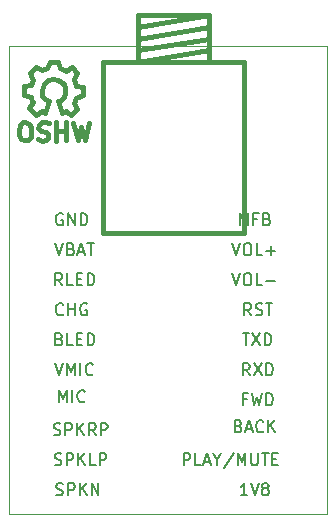
<source format=gbr>
%FSLAX46Y46*%
G04 Gerber Fmt 4.6, Leading zero omitted, Abs format (unit mm)*
G04 Created by KiCad (PCBNEW (2014-jul-16 BZR unknown)-product) date Thu 25 Sep 2014 17:48:40 CEST*
%MOMM*%
G01*
G04 APERTURE LIST*
%ADD10C,0.150000*%
%ADD11C,0.100000*%
%ADD12C,0.200000*%
%ADD13C,0.381000*%
G04 APERTURE END LIST*
D10*
D11*
X234696000Y-129032000D02*
X234188000Y-129032000D01*
X234696000Y-168656000D02*
X234696000Y-129032000D01*
X234188000Y-168656000D02*
X234696000Y-168656000D01*
D12*
X227338095Y-144216381D02*
X227338095Y-143216381D01*
X227671429Y-143930667D01*
X228004762Y-143216381D01*
X228004762Y-144216381D01*
X228814286Y-143692571D02*
X228480952Y-143692571D01*
X228480952Y-144216381D02*
X228480952Y-143216381D01*
X228957143Y-143216381D01*
X229671429Y-143692571D02*
X229814286Y-143740190D01*
X229861905Y-143787810D01*
X229909524Y-143883048D01*
X229909524Y-144025905D01*
X229861905Y-144121143D01*
X229814286Y-144168762D01*
X229719048Y-144216381D01*
X229338095Y-144216381D01*
X229338095Y-143216381D01*
X229671429Y-143216381D01*
X229766667Y-143264000D01*
X229814286Y-143311619D01*
X229861905Y-143406857D01*
X229861905Y-143502095D01*
X229814286Y-143597333D01*
X229766667Y-143644952D01*
X229671429Y-143692571D01*
X229338095Y-143692571D01*
X226719048Y-145756381D02*
X227052381Y-146756381D01*
X227385715Y-145756381D01*
X227909524Y-145756381D02*
X228100001Y-145756381D01*
X228195239Y-145804000D01*
X228290477Y-145899238D01*
X228338096Y-146089714D01*
X228338096Y-146423048D01*
X228290477Y-146613524D01*
X228195239Y-146708762D01*
X228100001Y-146756381D01*
X227909524Y-146756381D01*
X227814286Y-146708762D01*
X227719048Y-146613524D01*
X227671429Y-146423048D01*
X227671429Y-146089714D01*
X227719048Y-145899238D01*
X227814286Y-145804000D01*
X227909524Y-145756381D01*
X229242858Y-146756381D02*
X228766667Y-146756381D01*
X228766667Y-145756381D01*
X229576191Y-146375429D02*
X230338096Y-146375429D01*
X229957144Y-146756381D02*
X229957144Y-145994476D01*
X226719048Y-148296381D02*
X227052381Y-149296381D01*
X227385715Y-148296381D01*
X227909524Y-148296381D02*
X228100001Y-148296381D01*
X228195239Y-148344000D01*
X228290477Y-148439238D01*
X228338096Y-148629714D01*
X228338096Y-148963048D01*
X228290477Y-149153524D01*
X228195239Y-149248762D01*
X228100001Y-149296381D01*
X227909524Y-149296381D01*
X227814286Y-149248762D01*
X227719048Y-149153524D01*
X227671429Y-148963048D01*
X227671429Y-148629714D01*
X227719048Y-148439238D01*
X227814286Y-148344000D01*
X227909524Y-148296381D01*
X229242858Y-149296381D02*
X228766667Y-149296381D01*
X228766667Y-148296381D01*
X229576191Y-148915429D02*
X230338096Y-148915429D01*
X228306381Y-151836381D02*
X227973047Y-151360190D01*
X227734952Y-151836381D02*
X227734952Y-150836381D01*
X228115905Y-150836381D01*
X228211143Y-150884000D01*
X228258762Y-150931619D01*
X228306381Y-151026857D01*
X228306381Y-151169714D01*
X228258762Y-151264952D01*
X228211143Y-151312571D01*
X228115905Y-151360190D01*
X227734952Y-151360190D01*
X228687333Y-151788762D02*
X228830190Y-151836381D01*
X229068286Y-151836381D01*
X229163524Y-151788762D01*
X229211143Y-151741143D01*
X229258762Y-151645905D01*
X229258762Y-151550667D01*
X229211143Y-151455429D01*
X229163524Y-151407810D01*
X229068286Y-151360190D01*
X228877809Y-151312571D01*
X228782571Y-151264952D01*
X228734952Y-151217333D01*
X228687333Y-151122095D01*
X228687333Y-151026857D01*
X228734952Y-150931619D01*
X228782571Y-150884000D01*
X228877809Y-150836381D01*
X229115905Y-150836381D01*
X229258762Y-150884000D01*
X229544476Y-150836381D02*
X230115905Y-150836381D01*
X229830190Y-151836381D02*
X229830190Y-150836381D01*
X227592095Y-153376381D02*
X228163524Y-153376381D01*
X227877809Y-154376381D02*
X227877809Y-153376381D01*
X228401619Y-153376381D02*
X229068286Y-154376381D01*
X229068286Y-153376381D02*
X228401619Y-154376381D01*
X229449238Y-154376381D02*
X229449238Y-153376381D01*
X229687333Y-153376381D01*
X229830191Y-153424000D01*
X229925429Y-153519238D01*
X229973048Y-153614476D01*
X230020667Y-153804952D01*
X230020667Y-153947810D01*
X229973048Y-154138286D01*
X229925429Y-154233524D01*
X229830191Y-154328762D01*
X229687333Y-154376381D01*
X229449238Y-154376381D01*
X228187334Y-156916381D02*
X227854000Y-156440190D01*
X227615905Y-156916381D02*
X227615905Y-155916381D01*
X227996858Y-155916381D01*
X228092096Y-155964000D01*
X228139715Y-156011619D01*
X228187334Y-156106857D01*
X228187334Y-156249714D01*
X228139715Y-156344952D01*
X228092096Y-156392571D01*
X227996858Y-156440190D01*
X227615905Y-156440190D01*
X228520667Y-155916381D02*
X229187334Y-156916381D01*
X229187334Y-155916381D02*
X228520667Y-156916381D01*
X229568286Y-156916381D02*
X229568286Y-155916381D01*
X229806381Y-155916381D01*
X229949239Y-155964000D01*
X230044477Y-156059238D01*
X230092096Y-156154476D01*
X230139715Y-156344952D01*
X230139715Y-156487810D01*
X230092096Y-156678286D01*
X230044477Y-156773524D01*
X229949239Y-156868762D01*
X229806381Y-156916381D01*
X229568286Y-156916381D01*
X227925429Y-158932571D02*
X227592095Y-158932571D01*
X227592095Y-159456381D02*
X227592095Y-158456381D01*
X228068286Y-158456381D01*
X228354000Y-158456381D02*
X228592095Y-159456381D01*
X228782572Y-158742095D01*
X228973048Y-159456381D01*
X229211143Y-158456381D01*
X229592095Y-159456381D02*
X229592095Y-158456381D01*
X229830190Y-158456381D01*
X229973048Y-158504000D01*
X230068286Y-158599238D01*
X230115905Y-158694476D01*
X230163524Y-158884952D01*
X230163524Y-159027810D01*
X230115905Y-159218286D01*
X230068286Y-159313524D01*
X229973048Y-159408762D01*
X229830190Y-159456381D01*
X229592095Y-159456381D01*
X227242858Y-161218571D02*
X227385715Y-161266190D01*
X227433334Y-161313810D01*
X227480953Y-161409048D01*
X227480953Y-161551905D01*
X227433334Y-161647143D01*
X227385715Y-161694762D01*
X227290477Y-161742381D01*
X226909524Y-161742381D01*
X226909524Y-160742381D01*
X227242858Y-160742381D01*
X227338096Y-160790000D01*
X227385715Y-160837619D01*
X227433334Y-160932857D01*
X227433334Y-161028095D01*
X227385715Y-161123333D01*
X227338096Y-161170952D01*
X227242858Y-161218571D01*
X226909524Y-161218571D01*
X227861905Y-161456667D02*
X228338096Y-161456667D01*
X227766667Y-161742381D02*
X228100000Y-160742381D01*
X228433334Y-161742381D01*
X229338096Y-161647143D02*
X229290477Y-161694762D01*
X229147620Y-161742381D01*
X229052382Y-161742381D01*
X228909524Y-161694762D01*
X228814286Y-161599524D01*
X228766667Y-161504286D01*
X228719048Y-161313810D01*
X228719048Y-161170952D01*
X228766667Y-160980476D01*
X228814286Y-160885238D01*
X228909524Y-160790000D01*
X229052382Y-160742381D01*
X229147620Y-160742381D01*
X229290477Y-160790000D01*
X229338096Y-160837619D01*
X229766667Y-161742381D02*
X229766667Y-160742381D01*
X230338096Y-161742381D02*
X229909524Y-161170952D01*
X230338096Y-160742381D02*
X229766667Y-161313810D01*
X222591809Y-164536381D02*
X222591809Y-163536381D01*
X222972762Y-163536381D01*
X223068000Y-163584000D01*
X223115619Y-163631619D01*
X223163238Y-163726857D01*
X223163238Y-163869714D01*
X223115619Y-163964952D01*
X223068000Y-164012571D01*
X222972762Y-164060190D01*
X222591809Y-164060190D01*
X224068000Y-164536381D02*
X223591809Y-164536381D01*
X223591809Y-163536381D01*
X224353714Y-164250667D02*
X224829905Y-164250667D01*
X224258476Y-164536381D02*
X224591809Y-163536381D01*
X224925143Y-164536381D01*
X225448952Y-164060190D02*
X225448952Y-164536381D01*
X225115619Y-163536381D02*
X225448952Y-164060190D01*
X225782286Y-163536381D01*
X226829905Y-163488762D02*
X225972762Y-164774476D01*
X227163238Y-164536381D02*
X227163238Y-163536381D01*
X227496572Y-164250667D01*
X227829905Y-163536381D01*
X227829905Y-164536381D01*
X228306095Y-163536381D02*
X228306095Y-164345905D01*
X228353714Y-164441143D01*
X228401333Y-164488762D01*
X228496571Y-164536381D01*
X228687048Y-164536381D01*
X228782286Y-164488762D01*
X228829905Y-164441143D01*
X228877524Y-164345905D01*
X228877524Y-163536381D01*
X229210857Y-163536381D02*
X229782286Y-163536381D01*
X229496571Y-164536381D02*
X229496571Y-163536381D01*
X230115619Y-164012571D02*
X230448953Y-164012571D01*
X230591810Y-164536381D02*
X230115619Y-164536381D01*
X230115619Y-163536381D01*
X230591810Y-163536381D01*
X227980953Y-167076381D02*
X227409524Y-167076381D01*
X227695238Y-167076381D02*
X227695238Y-166076381D01*
X227600000Y-166219238D01*
X227504762Y-166314476D01*
X227409524Y-166362095D01*
X228266667Y-166076381D02*
X228600000Y-167076381D01*
X228933334Y-166076381D01*
X229409524Y-166504952D02*
X229314286Y-166457333D01*
X229266667Y-166409714D01*
X229219048Y-166314476D01*
X229219048Y-166266857D01*
X229266667Y-166171619D01*
X229314286Y-166124000D01*
X229409524Y-166076381D01*
X229600001Y-166076381D01*
X229695239Y-166124000D01*
X229742858Y-166171619D01*
X229790477Y-166266857D01*
X229790477Y-166314476D01*
X229742858Y-166409714D01*
X229695239Y-166457333D01*
X229600001Y-166504952D01*
X229409524Y-166504952D01*
X229314286Y-166552571D01*
X229266667Y-166600190D01*
X229219048Y-166695429D01*
X229219048Y-166885905D01*
X229266667Y-166981143D01*
X229314286Y-167028762D01*
X229409524Y-167076381D01*
X229600001Y-167076381D01*
X229695239Y-167028762D01*
X229742858Y-166981143D01*
X229790477Y-166885905D01*
X229790477Y-166695429D01*
X229742858Y-166600190D01*
X229695239Y-166552571D01*
X229600001Y-166504952D01*
X211804476Y-167028762D02*
X211947333Y-167076381D01*
X212185429Y-167076381D01*
X212280667Y-167028762D01*
X212328286Y-166981143D01*
X212375905Y-166885905D01*
X212375905Y-166790667D01*
X212328286Y-166695429D01*
X212280667Y-166647810D01*
X212185429Y-166600190D01*
X211994952Y-166552571D01*
X211899714Y-166504952D01*
X211852095Y-166457333D01*
X211804476Y-166362095D01*
X211804476Y-166266857D01*
X211852095Y-166171619D01*
X211899714Y-166124000D01*
X211994952Y-166076381D01*
X212233048Y-166076381D01*
X212375905Y-166124000D01*
X212804476Y-167076381D02*
X212804476Y-166076381D01*
X213185429Y-166076381D01*
X213280667Y-166124000D01*
X213328286Y-166171619D01*
X213375905Y-166266857D01*
X213375905Y-166409714D01*
X213328286Y-166504952D01*
X213280667Y-166552571D01*
X213185429Y-166600190D01*
X212804476Y-166600190D01*
X213804476Y-167076381D02*
X213804476Y-166076381D01*
X214375905Y-167076381D02*
X213947333Y-166504952D01*
X214375905Y-166076381D02*
X213804476Y-166647810D01*
X214804476Y-167076381D02*
X214804476Y-166076381D01*
X215375905Y-167076381D01*
X215375905Y-166076381D01*
X211677524Y-164488762D02*
X211820381Y-164536381D01*
X212058477Y-164536381D01*
X212153715Y-164488762D01*
X212201334Y-164441143D01*
X212248953Y-164345905D01*
X212248953Y-164250667D01*
X212201334Y-164155429D01*
X212153715Y-164107810D01*
X212058477Y-164060190D01*
X211868000Y-164012571D01*
X211772762Y-163964952D01*
X211725143Y-163917333D01*
X211677524Y-163822095D01*
X211677524Y-163726857D01*
X211725143Y-163631619D01*
X211772762Y-163584000D01*
X211868000Y-163536381D01*
X212106096Y-163536381D01*
X212248953Y-163584000D01*
X212677524Y-164536381D02*
X212677524Y-163536381D01*
X213058477Y-163536381D01*
X213153715Y-163584000D01*
X213201334Y-163631619D01*
X213248953Y-163726857D01*
X213248953Y-163869714D01*
X213201334Y-163964952D01*
X213153715Y-164012571D01*
X213058477Y-164060190D01*
X212677524Y-164060190D01*
X213677524Y-164536381D02*
X213677524Y-163536381D01*
X214248953Y-164536381D02*
X213820381Y-163964952D01*
X214248953Y-163536381D02*
X213677524Y-164107810D01*
X215153715Y-164536381D02*
X214677524Y-164536381D01*
X214677524Y-163536381D01*
X215487048Y-164536381D02*
X215487048Y-163536381D01*
X215868001Y-163536381D01*
X215963239Y-163584000D01*
X216010858Y-163631619D01*
X216058477Y-163726857D01*
X216058477Y-163869714D01*
X216010858Y-163964952D01*
X215963239Y-164012571D01*
X215868001Y-164060190D01*
X215487048Y-164060190D01*
X211582286Y-161948762D02*
X211725143Y-161996381D01*
X211963239Y-161996381D01*
X212058477Y-161948762D01*
X212106096Y-161901143D01*
X212153715Y-161805905D01*
X212153715Y-161710667D01*
X212106096Y-161615429D01*
X212058477Y-161567810D01*
X211963239Y-161520190D01*
X211772762Y-161472571D01*
X211677524Y-161424952D01*
X211629905Y-161377333D01*
X211582286Y-161282095D01*
X211582286Y-161186857D01*
X211629905Y-161091619D01*
X211677524Y-161044000D01*
X211772762Y-160996381D01*
X212010858Y-160996381D01*
X212153715Y-161044000D01*
X212582286Y-161996381D02*
X212582286Y-160996381D01*
X212963239Y-160996381D01*
X213058477Y-161044000D01*
X213106096Y-161091619D01*
X213153715Y-161186857D01*
X213153715Y-161329714D01*
X213106096Y-161424952D01*
X213058477Y-161472571D01*
X212963239Y-161520190D01*
X212582286Y-161520190D01*
X213582286Y-161996381D02*
X213582286Y-160996381D01*
X214153715Y-161996381D02*
X213725143Y-161424952D01*
X214153715Y-160996381D02*
X213582286Y-161567810D01*
X215153715Y-161996381D02*
X214820381Y-161520190D01*
X214582286Y-161996381D02*
X214582286Y-160996381D01*
X214963239Y-160996381D01*
X215058477Y-161044000D01*
X215106096Y-161091619D01*
X215153715Y-161186857D01*
X215153715Y-161329714D01*
X215106096Y-161424952D01*
X215058477Y-161472571D01*
X214963239Y-161520190D01*
X214582286Y-161520190D01*
X215582286Y-161996381D02*
X215582286Y-160996381D01*
X215963239Y-160996381D01*
X216058477Y-161044000D01*
X216106096Y-161091619D01*
X216153715Y-161186857D01*
X216153715Y-161329714D01*
X216106096Y-161424952D01*
X216058477Y-161472571D01*
X215963239Y-161520190D01*
X215582286Y-161520190D01*
X212034572Y-159202381D02*
X212034572Y-158202381D01*
X212367906Y-158916667D01*
X212701239Y-158202381D01*
X212701239Y-159202381D01*
X213177429Y-159202381D02*
X213177429Y-158202381D01*
X214225048Y-159107143D02*
X214177429Y-159154762D01*
X214034572Y-159202381D01*
X213939334Y-159202381D01*
X213796476Y-159154762D01*
X213701238Y-159059524D01*
X213653619Y-158964286D01*
X213606000Y-158773810D01*
X213606000Y-158630952D01*
X213653619Y-158440476D01*
X213701238Y-158345238D01*
X213796476Y-158250000D01*
X213939334Y-158202381D01*
X214034572Y-158202381D01*
X214177429Y-158250000D01*
X214225048Y-158297619D01*
X211717143Y-155916381D02*
X212050476Y-156916381D01*
X212383810Y-155916381D01*
X212717143Y-156916381D02*
X212717143Y-155916381D01*
X213050477Y-156630667D01*
X213383810Y-155916381D01*
X213383810Y-156916381D01*
X213860000Y-156916381D02*
X213860000Y-155916381D01*
X214907619Y-156821143D02*
X214860000Y-156868762D01*
X214717143Y-156916381D01*
X214621905Y-156916381D01*
X214479047Y-156868762D01*
X214383809Y-156773524D01*
X214336190Y-156678286D01*
X214288571Y-156487810D01*
X214288571Y-156344952D01*
X214336190Y-156154476D01*
X214383809Y-156059238D01*
X214479047Y-155964000D01*
X214621905Y-155916381D01*
X214717143Y-155916381D01*
X214860000Y-155964000D01*
X214907619Y-156011619D01*
X212074286Y-153852571D02*
X212217143Y-153900190D01*
X212264762Y-153947810D01*
X212312381Y-154043048D01*
X212312381Y-154185905D01*
X212264762Y-154281143D01*
X212217143Y-154328762D01*
X212121905Y-154376381D01*
X211740952Y-154376381D01*
X211740952Y-153376381D01*
X212074286Y-153376381D01*
X212169524Y-153424000D01*
X212217143Y-153471619D01*
X212264762Y-153566857D01*
X212264762Y-153662095D01*
X212217143Y-153757333D01*
X212169524Y-153804952D01*
X212074286Y-153852571D01*
X211740952Y-153852571D01*
X213217143Y-154376381D02*
X212740952Y-154376381D01*
X212740952Y-153376381D01*
X213550476Y-153852571D02*
X213883810Y-153852571D01*
X214026667Y-154376381D02*
X213550476Y-154376381D01*
X213550476Y-153376381D01*
X214026667Y-153376381D01*
X214455238Y-154376381D02*
X214455238Y-153376381D01*
X214693333Y-153376381D01*
X214836191Y-153424000D01*
X214931429Y-153519238D01*
X214979048Y-153614476D01*
X215026667Y-153804952D01*
X215026667Y-153947810D01*
X214979048Y-154138286D01*
X214931429Y-154233524D01*
X214836191Y-154328762D01*
X214693333Y-154376381D01*
X214455238Y-154376381D01*
X212391715Y-151741143D02*
X212344096Y-151788762D01*
X212201239Y-151836381D01*
X212106001Y-151836381D01*
X211963143Y-151788762D01*
X211867905Y-151693524D01*
X211820286Y-151598286D01*
X211772667Y-151407810D01*
X211772667Y-151264952D01*
X211820286Y-151074476D01*
X211867905Y-150979238D01*
X211963143Y-150884000D01*
X212106001Y-150836381D01*
X212201239Y-150836381D01*
X212344096Y-150884000D01*
X212391715Y-150931619D01*
X212820286Y-151836381D02*
X212820286Y-150836381D01*
X212820286Y-151312571D02*
X213391715Y-151312571D01*
X213391715Y-151836381D02*
X213391715Y-150836381D01*
X214391715Y-150884000D02*
X214296477Y-150836381D01*
X214153620Y-150836381D01*
X214010762Y-150884000D01*
X213915524Y-150979238D01*
X213867905Y-151074476D01*
X213820286Y-151264952D01*
X213820286Y-151407810D01*
X213867905Y-151598286D01*
X213915524Y-151693524D01*
X214010762Y-151788762D01*
X214153620Y-151836381D01*
X214248858Y-151836381D01*
X214391715Y-151788762D01*
X214439334Y-151741143D01*
X214439334Y-151407810D01*
X214248858Y-151407810D01*
X212312381Y-149296381D02*
X211979047Y-148820190D01*
X211740952Y-149296381D02*
X211740952Y-148296381D01*
X212121905Y-148296381D01*
X212217143Y-148344000D01*
X212264762Y-148391619D01*
X212312381Y-148486857D01*
X212312381Y-148629714D01*
X212264762Y-148724952D01*
X212217143Y-148772571D01*
X212121905Y-148820190D01*
X211740952Y-148820190D01*
X213217143Y-149296381D02*
X212740952Y-149296381D01*
X212740952Y-148296381D01*
X213550476Y-148772571D02*
X213883810Y-148772571D01*
X214026667Y-149296381D02*
X213550476Y-149296381D01*
X213550476Y-148296381D01*
X214026667Y-148296381D01*
X214455238Y-149296381D02*
X214455238Y-148296381D01*
X214693333Y-148296381D01*
X214836191Y-148344000D01*
X214931429Y-148439238D01*
X214979048Y-148534476D01*
X215026667Y-148724952D01*
X215026667Y-148867810D01*
X214979048Y-149058286D01*
X214931429Y-149153524D01*
X214836191Y-149248762D01*
X214693333Y-149296381D01*
X214455238Y-149296381D01*
X211717143Y-145756381D02*
X212050476Y-146756381D01*
X212383810Y-145756381D01*
X213050477Y-146232571D02*
X213193334Y-146280190D01*
X213240953Y-146327810D01*
X213288572Y-146423048D01*
X213288572Y-146565905D01*
X213240953Y-146661143D01*
X213193334Y-146708762D01*
X213098096Y-146756381D01*
X212717143Y-146756381D01*
X212717143Y-145756381D01*
X213050477Y-145756381D01*
X213145715Y-145804000D01*
X213193334Y-145851619D01*
X213240953Y-145946857D01*
X213240953Y-146042095D01*
X213193334Y-146137333D01*
X213145715Y-146184952D01*
X213050477Y-146232571D01*
X212717143Y-146232571D01*
X213669524Y-146470667D02*
X214145715Y-146470667D01*
X213574286Y-146756381D02*
X213907619Y-145756381D01*
X214240953Y-146756381D01*
X214431429Y-145756381D02*
X215002858Y-145756381D01*
X214717143Y-146756381D02*
X214717143Y-145756381D01*
X212344096Y-143264000D02*
X212248858Y-143216381D01*
X212106001Y-143216381D01*
X211963143Y-143264000D01*
X211867905Y-143359238D01*
X211820286Y-143454476D01*
X211772667Y-143644952D01*
X211772667Y-143787810D01*
X211820286Y-143978286D01*
X211867905Y-144073524D01*
X211963143Y-144168762D01*
X212106001Y-144216381D01*
X212201239Y-144216381D01*
X212344096Y-144168762D01*
X212391715Y-144121143D01*
X212391715Y-143787810D01*
X212201239Y-143787810D01*
X212820286Y-144216381D02*
X212820286Y-143216381D01*
X213391715Y-144216381D01*
X213391715Y-143216381D01*
X213867905Y-144216381D02*
X213867905Y-143216381D01*
X214106000Y-143216381D01*
X214248858Y-143264000D01*
X214344096Y-143359238D01*
X214391715Y-143454476D01*
X214439334Y-143644952D01*
X214439334Y-143787810D01*
X214391715Y-143978286D01*
X214344096Y-144073524D01*
X214248858Y-144168762D01*
X214106000Y-144216381D01*
X213867905Y-144216381D01*
D11*
X207772000Y-129032000D02*
X207772000Y-129794000D01*
X234188000Y-129032000D02*
X207772000Y-129032000D01*
X207772000Y-168656000D02*
X207772000Y-131318000D01*
X208026000Y-168656000D02*
X207772000Y-168656000D01*
X207772000Y-129794000D02*
X207772000Y-131572000D01*
X208026000Y-168656000D02*
X234188000Y-168656000D01*
D13*
X224741740Y-130413760D02*
X224741740Y-126413260D01*
X224741740Y-126413260D02*
X218742260Y-126413260D01*
X218742260Y-126413260D02*
X218742260Y-130413760D01*
X218742260Y-130413760D02*
X224741740Y-129413000D01*
X224741740Y-129413000D02*
X224741740Y-128414780D01*
X224741740Y-128414780D02*
X218742260Y-129413000D01*
X218742260Y-129413000D02*
X218742260Y-128414780D01*
X218742260Y-128414780D02*
X224741740Y-127414020D01*
X224741740Y-127414020D02*
X224741740Y-126413260D01*
X224741740Y-126413260D02*
X218742260Y-127414020D01*
X215742520Y-130413760D02*
X227741480Y-130413760D01*
X227741480Y-130413760D02*
X227741480Y-144914620D01*
X227741480Y-144914620D02*
X215742520Y-144914620D01*
X215742520Y-144914620D02*
X215742520Y-130413760D01*
X213250780Y-135531860D02*
X213611460Y-137002520D01*
X213611460Y-137002520D02*
X213890860Y-135940800D01*
X213890860Y-135940800D02*
X214200740Y-137012680D01*
X214200740Y-137012680D02*
X214541100Y-135562340D01*
X211830920Y-136222740D02*
X212620860Y-136212580D01*
X212620860Y-136212580D02*
X212631020Y-136222740D01*
X212631020Y-136222740D02*
X212631020Y-136212580D01*
X212671660Y-135501380D02*
X212671660Y-137043160D01*
X211782660Y-135491220D02*
X211782660Y-137060940D01*
X211782660Y-137060940D02*
X211792820Y-137050780D01*
X211231480Y-135592820D02*
X210880960Y-135511540D01*
X210880960Y-135511540D02*
X210560920Y-135501380D01*
X210560920Y-135501380D02*
X210322160Y-135702040D01*
X210322160Y-135702040D02*
X210291680Y-135971280D01*
X210291680Y-135971280D02*
X210532980Y-136212580D01*
X210532980Y-136212580D02*
X210921600Y-136342120D01*
X210921600Y-136342120D02*
X211101940Y-136502140D01*
X211101940Y-136502140D02*
X211142580Y-136801860D01*
X211142580Y-136801860D02*
X210911440Y-137022840D01*
X210911440Y-137022840D02*
X210591400Y-137050780D01*
X210591400Y-137050780D02*
X210240880Y-136941560D01*
X209202020Y-135491220D02*
X208953100Y-135511540D01*
X208953100Y-135511540D02*
X208711800Y-135752840D01*
X208711800Y-135752840D02*
X208622900Y-136243060D01*
X208622900Y-136243060D02*
X208650840Y-136591040D01*
X208650840Y-136591040D02*
X208851500Y-136911080D01*
X208851500Y-136911080D02*
X209102960Y-137033000D01*
X209102960Y-137033000D02*
X209412840Y-136961880D01*
X209412840Y-136961880D02*
X209631280Y-136781540D01*
X209631280Y-136781540D02*
X209702400Y-136321800D01*
X209702400Y-136321800D02*
X209651600Y-135912860D01*
X209651600Y-135912860D02*
X209542380Y-135630920D01*
X209542380Y-135630920D02*
X209181700Y-135501380D01*
X209801460Y-133771640D02*
X209542380Y-134332980D01*
X209542380Y-134332980D02*
X210080860Y-134851140D01*
X210080860Y-134851140D02*
X210601560Y-134581900D01*
X210601560Y-134581900D02*
X210880960Y-134741920D01*
X212321140Y-134721600D02*
X212651340Y-134531100D01*
X212651340Y-134531100D02*
X213090760Y-134861300D01*
X213090760Y-134861300D02*
X213563200Y-134371080D01*
X213563200Y-134371080D02*
X213281260Y-133891020D01*
X213281260Y-133891020D02*
X213471760Y-133421120D01*
X213471760Y-133421120D02*
X214081360Y-133233160D01*
X214081360Y-133233160D02*
X214081360Y-132552440D01*
X214081360Y-132552440D02*
X213522560Y-132412740D01*
X213522560Y-132412740D02*
X213321900Y-131841240D01*
X213321900Y-131841240D02*
X213591140Y-131371340D01*
X213591140Y-131371340D02*
X213121240Y-130860800D01*
X213121240Y-130860800D02*
X212603080Y-131122420D01*
X212603080Y-131122420D02*
X212133180Y-130921760D01*
X212133180Y-130921760D02*
X211963000Y-130380740D01*
X211963000Y-130380740D02*
X211272120Y-130362960D01*
X211272120Y-130362960D02*
X211061300Y-130911600D01*
X211061300Y-130911600D02*
X210642200Y-131081780D01*
X210642200Y-131081780D02*
X210091020Y-130812540D01*
X210091020Y-130812540D02*
X209572860Y-131340860D01*
X209572860Y-131340860D02*
X209821780Y-131881880D01*
X209821780Y-131881880D02*
X209651600Y-132361940D01*
X209651600Y-132361940D02*
X209102960Y-132461000D01*
X209102960Y-132461000D02*
X209092800Y-133162040D01*
X209092800Y-133162040D02*
X209651600Y-133362700D01*
X209651600Y-133362700D02*
X209791300Y-133761480D01*
X211932520Y-133741160D02*
X212232240Y-133591300D01*
X212232240Y-133591300D02*
X212432900Y-133393180D01*
X212432900Y-133393180D02*
X212582760Y-132991860D01*
X212582760Y-132991860D02*
X212582760Y-132593080D01*
X212582760Y-132593080D02*
X212432900Y-132242560D01*
X212432900Y-132242560D02*
X211980780Y-131892040D01*
X211980780Y-131892040D02*
X211531200Y-131841240D01*
X211531200Y-131841240D02*
X211132420Y-131942840D01*
X211132420Y-131942840D02*
X210731100Y-132290820D01*
X210731100Y-132290820D02*
X210581240Y-132742940D01*
X210581240Y-132742940D02*
X210632040Y-133240780D01*
X210632040Y-133240780D02*
X210880960Y-133543040D01*
X210880960Y-133543040D02*
X211231480Y-133741160D01*
X211231480Y-133741160D02*
X210880960Y-134741920D01*
X211932520Y-133741160D02*
X212331300Y-134741920D01*
M02*

</source>
